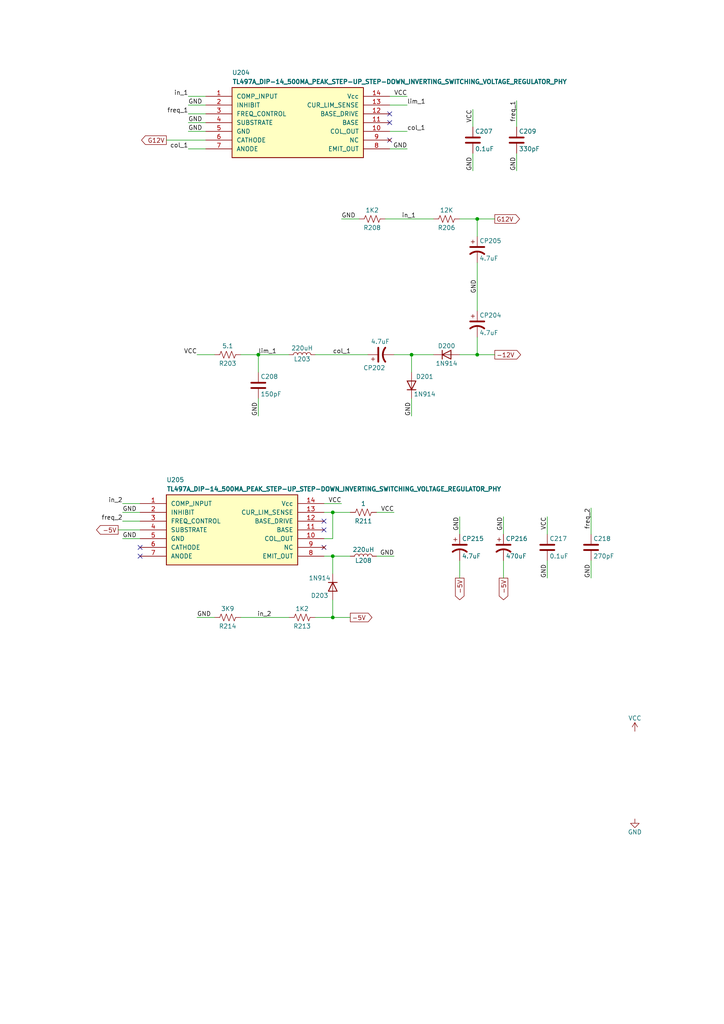
<source format=kicad_sch>
(kicad_sch (version 20211123) (generator eeschema)
  (paper "A4" portrait)
  (title_block (title "ReSTe mignon") (date "2022-07-13") (rev "mk0-0.1") (company "David SPORN") (comment 2 "original repository : https://github.com/sporniket/reste-mignon") (comment 4 "A remake of the Atari STe with some fixes applied and a target size of 25×18cm (B5)"))
  (lib_symbols
    (symbol "Device:C" (pin_numbers hide) (pin_names (offset 0.254))
      (property "Reference" "C" (at 0.635 2.54 0))
      (property "Value" "C" (at 0.635 -2.54 0))
      (symbol "C_0_1"
        (polyline (pts (xy -2.032 -0.762) (xy 2.032 -0.762)) (stroke (width 0.508)))
        (polyline (pts (xy -2.032 0.762) (xy 2.032 0.762)) (stroke (width 0.508)))
      )
      (symbol "C_1_1"
        (pin passive line (at 0 3.81 270) (length 2.794) (name "~") (number "1"))
        (pin passive line (at 0 -3.81 90) (length 2.794) (name "~") (number "2"))
      )
    )
    (symbol "Device:CP1" (pin_numbers hide) (pin_names (offset 0.254) hide)
      (property "Reference" "C" (at 0.635 2.54 0))
      (property "Value" "Device_CP1" (at 0.635 -2.54 0))
      (symbol "CP1_0_1"
        (polyline (pts (xy -2.032 0.762) (xy 2.032 0.762)) (stroke (width 0.508)))
        (polyline (pts (xy -1.778 2.286) (xy -0.762 2.286)))
        (polyline (pts (xy -1.27 1.778) (xy -1.27 2.794)))
        (arc (start 2.032 -1.27) (mid 0 -0.5572) (end -2.032 -1.27) (stroke (width 0.508)))
      )
      (symbol "CP1_1_1"
        (pin passive line (at 0 3.81 270) (length 2.794) (name "~") (number "1"))
        (pin passive line (at 0 -3.81 90) (length 3.302) (name "~") (number "2"))
      )
    )
    (symbol "Device:D" (pin_numbers hide) (pin_names (offset 1.016) hide)
      (property "Reference" "D" (at 0 2.54 0))
      (property "Value" "D" (at 0 -2.54 0))
      (symbol "D_0_1"
        (polyline (pts (xy -1.27 1.27) (xy -1.27 -1.27)) (stroke (width 0.254)))
        (polyline (pts (xy 1.27 0) (xy -1.27 0)))
        (polyline (pts (xy 1.27 1.27) (xy 1.27 -1.27) (xy -1.27 0) (xy 1.27 1.27)) (stroke (width 0.254)))
      )
      (symbol "D_1_1"
        (pin passive line (at -3.81 0 0) (length 2.54) (name "K") (number "1"))
        (pin passive line (at 3.81 0 180) (length 2.54) (name "A") (number "2"))
      )
    )
    (symbol "Device:L" (pin_numbers hide) (pin_names (offset 1.016) hide)
      (property "Reference" "L" (at -1.27 0 90))
      (property "Value" "L" (at 1.905 0 90))
      (symbol "L_0_1"
        (arc (start 0 -2.54) (mid 0.635 -1.905) (end 0 -1.27))
        (arc (start 0 -1.27) (mid 0.635 -0.635) (end 0 0))
        (arc (start 0 0) (mid 0.635 0.635) (end 0 1.27))
        (arc (start 0 1.27) (mid 0.635 1.905) (end 0 2.54))
      )
      (symbol "L_1_1"
        (pin passive line (at 0 3.81 270) (length 1.27) (name "1") (number "1"))
        (pin passive line (at 0 -3.81 90) (length 1.27) (name "2") (number "2"))
      )
    )
    (symbol "Device:R_US" (pin_numbers hide) (pin_names (offset 0))
      (property "Reference" "R" (at 2.54 0 90))
      (property "Value" "R_US" (at -2.54 0 90))
      (symbol "R_US_0_1"
        (polyline (pts (xy 0 -2.286) (xy 0 -2.54)))
        (polyline (pts (xy 0 2.286) (xy 0 2.54)))
        (polyline (pts (xy 0 -0.762) (xy 1.016 -1.143) (xy 0 -1.524) (xy -1.016 -1.905) (xy 0 -2.286)))
        (polyline (pts (xy 0 0.762) (xy 1.016 0.381) (xy 0 0) (xy -1.016 -0.381) (xy 0 -0.762)))
        (polyline (pts (xy 0 2.286) (xy 1.016 1.905) (xy 0 1.524) (xy -1.016 1.143) (xy 0 0.762)))
      )
      (symbol "R_US_1_1"
        (pin passive line (at 0 3.81 270) (length 1.27) (name "~") (number "1"))
        (pin passive line (at 0 -3.81 90) (length 1.27) (name "~") (number "2"))
      )
    )
    (symbol "power:GND" (power) (pin_names (offset 0))
      (property "Value" "GND" (at 0 -3.81 0))
      (symbol "GND_0_1"
        (polyline (pts (xy 0 0) (xy 0 -1.27) (xy 1.27 -1.27) (xy 0 -2.54) (xy -1.27 -1.27) (xy 0 -1.27)))
      )
      (symbol "GND_1_1"
        (pin power_in line (at 0 0 270) (length 0) hide (name "GND") (number "1"))
      )
    )
    (symbol "power:VCC" (power) (pin_names (offset 0))
      (property "Value" "VCC" (at 0 3.81 0))
      (symbol "VCC_0_1"
        (polyline (pts (xy -0.762 1.27) (xy 0 2.54)))
        (polyline (pts (xy 0 0) (xy 0 2.54)))
        (polyline (pts (xy 0 2.54) (xy 0.762 1.27)))
      )
      (symbol "VCC_1_1"
        (pin power_in line (at 0 0 90) (length 0) hide (name "VCC") (number "1"))
      )
    )
    (symbol "tl497a:TL497A_DIP-14_500MA_PEAK_STEP-UP_STEP-DOWN_INVERTING_SWITCHING_VOLTAGE_REGULATOR_PHY" (pin_names (offset 1.27))
      (property "Reference" "U" (at -19.05 15.24 0))
      (property "Value" "TL497A_DIP-14_500MA_PEAK_STEP-UP_STEP-DOWN_INVERTING_SWITCHING_VOLTAGE_REGULATOR_PHY" (at -19.05 12.7 0))
      (symbol "TL497A_DIP-14_500MA_PEAK_STEP-UP_STEP-DOWN_INVERTING_SWITCHING_VOLTAGE_REGULATOR_PHY_0_0"
        (rectangle (start -19.05 10.16) (end 19.05 -10.16) (stroke (width 0.254)) (fill (type background)))
        (pin input line (at -26.67 7.62 0) (length 7.62) (name "COMP_INPUT") (number "1"))
        (pin output line (at 26.67 -2.54 180) (length 7.62) (name "COL_OUT") (number "10"))
        (pin input line (at 26.67 0 180) (length 7.62) (name "BASE") (number "11"))
        (pin input line (at 26.67 2.54 180) (length 7.62) (name "BASE_DRIVE") (number "12"))
        (pin input line (at 26.67 5.08 180) (length 7.62) (name "CUR_LIM_SENSE") (number "13"))
        (pin power_in line (at 26.67 7.62 180) (length 7.62) (name "Vcc") (number "14"))
        (pin input line (at -26.67 5.08 0) (length 7.62) (name "INHIBIT") (number "2"))
        (pin input line (at -26.67 2.54 0) (length 7.62) (name "FREQ_CONTROL") (number "3"))
        (pin input line (at -26.67 0 0) (length 7.62) (name "SUBSTRATE") (number "4"))
        (pin power_in line (at -26.67 -2.54 0) (length 7.62) (name "GND") (number "5"))
        (pin output line (at -26.67 -5.08 0) (length 7.62) (name "CATHODE") (number "6"))
        (pin input line (at -26.67 -7.62 0) (length 7.62) (name "ANODE") (number "7"))
        (pin passive line (at 26.67 -7.62 180) (length 7.62) (name "EMIT_OUT") (number "8"))
        (pin no_connect line (at 26.67 -5.08 180) (length 7.62) (name "NC") (number "9"))
      )
    )
  )
  (junction (at 74.93 102.87))
  (junction (at 138.43 102.87))
  (junction (at 119.38 102.87))
  (junction (at 138.43 63.5))
  (junction (at 96.52 179.07))
  (junction (at 96.52 148.59))
  (junction (at 96.52 161.29))
  (no_connect (at 113.03 33.02))
  (no_connect (at 40.64 161.29))
  (no_connect (at 40.64 158.75))
  (no_connect (at 93.98 151.13))
  (no_connect (at 113.03 40.64))
  (no_connect (at 113.03 35.56))
  (no_connect (at 93.98 158.75))
  (no_connect (at 93.98 153.67))
  (wire (pts (xy 158.75 149.86) (xy 158.75 154.94)))
  (wire (pts (xy 96.52 156.21) (xy 96.52 148.59)))
  (wire (pts (xy 137.16 31.75) (xy 137.16 36.83)))
  (wire (pts (xy 138.43 97.79) (xy 138.43 102.87)))
  (wire (pts (xy 113.03 38.1) (xy 118.11 38.1)))
  (wire (pts (xy 114.3 102.87) (xy 119.38 102.87)))
  (wire (pts (xy 54.61 38.1) (xy 59.69 38.1)))
  (wire (pts (xy 93.98 146.05) (xy 99.06 146.05)))
  (wire (pts (xy 138.43 102.87) (xy 143.51 102.87)))
  (wire (pts (xy 137.16 44.45) (xy 137.16 49.53)))
  (wire (pts (xy 35.56 146.05) (xy 40.64 146.05)))
  (wire (pts (xy 143.51 63.5) (xy 138.43 63.5)))
  (wire (pts (xy 171.45 147.32) (xy 171.45 154.94)))
  (wire (pts (xy 91.44 179.07) (xy 96.52 179.07)))
  (wire (pts (xy 96.52 161.29) (xy 101.6 161.29)))
  (wire (pts (xy 133.35 102.87) (xy 138.43 102.87)))
  (wire (pts (xy 74.93 107.95) (xy 74.93 102.87)))
  (wire (pts (xy 149.86 44.45) (xy 149.86 49.53)))
  (wire (pts (xy 93.98 156.21) (xy 96.52 156.21)))
  (wire (pts (xy 34.29 153.67) (xy 40.64 153.67)))
  (wire (pts (xy 54.61 33.02) (xy 59.69 33.02)))
  (wire (pts (xy 133.35 162.56) (xy 133.35 167.64)))
  (wire (pts (xy 158.75 162.56) (xy 158.75 167.64)))
  (wire (pts (xy 96.52 179.07) (xy 101.6 179.07)))
  (wire (pts (xy 171.45 162.56) (xy 171.45 167.64)))
  (wire (pts (xy 119.38 115.57) (xy 119.38 120.65)))
  (wire (pts (xy 138.43 63.5) (xy 138.43 68.58)))
  (wire (pts (xy 146.05 162.56) (xy 146.05 167.64)))
  (wire (pts (xy 91.44 102.87) (xy 106.68 102.87)))
  (wire (pts (xy 96.52 161.29) (xy 96.52 166.37)))
  (wire (pts (xy 48.26 40.64) (xy 59.69 40.64)))
  (wire (pts (xy 119.38 107.95) (xy 119.38 102.87)))
  (wire (pts (xy 69.85 179.07) (xy 83.82 179.07)))
  (wire (pts (xy 119.38 102.87) (xy 125.73 102.87)))
  (wire (pts (xy 54.61 43.18) (xy 59.69 43.18)))
  (wire (pts (xy 35.56 148.59) (xy 40.64 148.59)))
  (wire (pts (xy 133.35 154.94) (xy 133.35 149.86)))
  (wire (pts (xy 109.22 148.59) (xy 114.3 148.59)))
  (wire (pts (xy 138.43 76.2) (xy 138.43 90.17)))
  (wire (pts (xy 93.98 148.59) (xy 96.52 148.59)))
  (wire (pts (xy 149.86 29.21) (xy 149.86 36.83)))
  (wire (pts (xy 74.93 102.87) (xy 83.82 102.87)))
  (wire (pts (xy 96.52 148.59) (xy 101.6 148.59)))
  (wire (pts (xy 57.15 102.87) (xy 62.23 102.87)))
  (wire (pts (xy 54.61 30.48) (xy 59.69 30.48)))
  (wire (pts (xy 57.15 179.07) (xy 62.23 179.07)))
  (wire (pts (xy 133.35 63.5) (xy 138.43 63.5)))
  (wire (pts (xy 35.56 151.13) (xy 40.64 151.13)))
  (wire (pts (xy 93.98 161.29) (xy 96.52 161.29)))
  (wire (pts (xy 113.03 27.94) (xy 118.11 27.94)))
  (wire (pts (xy 146.05 154.94) (xy 146.05 149.86)))
  (wire (pts (xy 96.52 179.07) (xy 96.52 173.99)))
  (wire (pts (xy 54.61 35.56) (xy 59.69 35.56)))
  (wire (pts (xy 109.22 161.29) (xy 114.3 161.29)))
  (wire (pts (xy 69.85 102.87) (xy 74.93 102.87)))
  (wire (pts (xy 113.03 30.48) (xy 118.11 30.48)))
  (wire (pts (xy 111.76 63.5) (xy 125.73 63.5)))
  (wire (pts (xy 54.61 27.94) (xy 59.69 27.94)))
  (wire (pts (xy 113.03 43.18) (xy 118.11 43.18)))
  (wire (pts (xy 74.93 120.65) (xy 74.93 115.57)))
  (wire (pts (xy 99.06 63.5) (xy 104.14 63.5)))
  (wire (pts (xy 35.56 156.21) (xy 40.64 156.21)))
  (label "lim_1" (at 74.93 102.87 0))
  (label "in_2" (at 35.56 146.05 180))
  (label "VCC" (at 114.3 148.59 180))
  (label "GND" (at 54.61 38.1 0))
  (label "VCC" (at 99.06 146.05 180))
  (label "col_1" (at 54.61 43.18 180))
  (label "GND" (at 133.35 149.86 270))
  (label "GND" (at 114.3 161.29 180))
  (label "freq_2" (at 35.56 151.13 180))
  (label "lim_1" (at 118.11 30.48 0))
  (label "in_1" (at 54.61 27.94 180))
  (label "GND" (at 74.93 120.65 90))
  (label "freq_2" (at 171.45 147.32 270))
  (label "col_1" (at 96.52 102.87 0))
  (label "VCC" (at 118.11 27.94 180))
  (label "GND" (at 138.43 85.09 90))
  (label "VCC" (at 158.75 149.86 270))
  (label "GND" (at 146.05 149.86 270))
  (label "freq_1" (at 149.86 29.21 270))
  (label "VCC" (at 137.16 31.75 270))
  (label "VCC" (at 57.15 102.87 180))
  (label "GND" (at 99.06 63.5 0))
  (label "GND" (at 35.56 156.21 0))
  (label "GND" (at 149.86 49.53 90))
  (label "in_1" (at 120.65 63.5 180))
  (label "GND" (at 158.75 167.64 90))
  (label "GND" (at 171.45 167.64 90))
  (label "GND" (at 54.61 35.56 0))
  (label "col_1" (at 118.11 38.1 0))
  (label "GND" (at 54.61 30.48 0))
  (label "GND" (at 57.15 179.07 0))
  (label "GND" (at 119.38 120.65 90))
  (label "GND" (at 118.11 43.18 180))
  (label "freq_1" (at 54.61 33.02 180))
  (label "in_2" (at 78.74 179.07 180))
  (label "GND" (at 137.16 49.53 90))
  (label "GND" (at 35.56 148.59 0))
  (global_label "-5V" (shape output) (at 34.29 153.67 180) (property "Intersheet References" "${INTERSHEET_REFS}" (effects hide)))
  (global_label "-12V" (shape output) (at 143.51 102.87 0) (property "Intersheet References" "${INTERSHEET_REFS}" (effects hide)))
  (global_label "G12V" (shape output) (at 143.51 63.5 0) (property "Intersheet References" "${INTERSHEET_REFS}" (effects hide)))
  (global_label "-5V" (shape output) (at 133.35 167.64 270) (property "Intersheet References" "${INTERSHEET_REFS}" (effects hide)))
  (global_label "G12V" (shape output) (at 48.26 40.64 180) (property "Intersheet References" "${INTERSHEET_REFS}" (effects hide)))
  (global_label "-5V" (shape output) (at 101.6 179.07 0) (property "Intersheet References" "${INTERSHEET_REFS}" (effects hide)))
  (global_label "-5V" (shape output) (at 146.05 167.64 270) (property "Intersheet References" "${INTERSHEET_REFS}" (effects hide)))
  (symbol (lib_id "Device:C") (at 137.16 40.64 0) (unit 1)
    (property "Reference" "C207" (at 137.795 38.1 0) (effects (justify left)))
    (property "Value" "0.1uF" (at 137.795 43.18 0) (effects (justify left)))
    (property "Footprint" "Capacitor_SMD:C_1206_3216Metric_Pad1.33x1.80mm_HandSolder" (effects hide))
  )
  (symbol (lib_id "tl497a:TL497A_DIP-14_500MA_PEAK_STEP-UP_STEP-DOWN_INVERTING_SWITCHING_VOLTAGE_REGULATOR_PHY") (at 86.36 35.56 0) (unit 1)
    (property "Reference" "U204" (at 67.31 20.32 0) (effects (justify left top)))
    (property "Value" "TL497A_DIP-14_500MA_PEAK_STEP-UP_STEP-DOWN_INVERTING_SWITCHING_VOLTAGE_REGULATOR_PHY" (at 67.31 22.86 0) (effects (font bold) (justify left top)))
    (property "Footprint" "Package_DIP:DIP-14_W7.62mm_LongPads" (effects hide))
    (property "Datasheet" "https://www.ti.com/lit/ds/symlink/tl497a.pdf" (effects hide))
  )
  (symbol (lib_id "tl497a:TL497A_DIP-14_500MA_PEAK_STEP-UP_STEP-DOWN_INVERTING_SWITCHING_VOLTAGE_REGULATOR_PHY") (at 67.31 153.67 0) (unit 1)
    (property "Reference" "U205" (at 48.26 138.43 0) (effects (justify left top)))
    (property "Value" "TL497A_DIP-14_500MA_PEAK_STEP-UP_STEP-DOWN_INVERTING_SWITCHING_VOLTAGE_REGULATOR_PHY" (at 48.26 140.97 0) (effects (font bold) (justify left top)))
    (property "Footprint" "Package_DIP:DIP-14_W7.62mm_LongPads" (effects hide))
    (property "Datasheet" "https://www.ti.com/lit/ds/symlink/tl497a.pdf" (effects hide))
  )
  (symbol (lib_id "Device:L") (at 87.63 102.87 90) (unit 1)
    (property "Reference" "L203" (at 87.63 104.14 90))
    (property "Value" "220uH" (at 87.63 100.965 90))
    (property "Footprint" "commons_passives_THT:L_Radial_D15.0mm_P5.00mm" (effects hide))
  )
  (symbol (lib_id "Device:R_US") (at 129.54 63.5 270) (unit 1)
    (property "Reference" "R206" (at 129.54 66.04 90))
    (property "Value" "12K" (at 129.54 60.96 90))
    (property "Footprint" "Resistor_SMD:R_1206_3216Metric_Pad1.30x1.75mm_HandSolder" (effects hide))
  )
  (symbol (lib_id "Device:R_US") (at 66.04 102.87 270) (unit 1)
    (property "Reference" "R203" (at 66.04 105.41 90))
    (property "Value" "5.1" (at 66.04 100.33 90))
    (property "Footprint" "Resistor_SMD:R_1206_3216Metric_Pad1.30x1.75mm_HandSolder" (effects hide))
  )
  (symbol (lib_id "Device:C") (at 74.93 111.76 0) (unit 1)
    (property "Reference" "C208" (at 75.565 109.22 0) (effects (justify left)))
    (property "Value" "150pF" (at 75.565 114.3 0) (effects (justify left)))
    (property "Footprint" "Capacitor_SMD:C_1206_3216Metric_Pad1.33x1.80mm_HandSolder" (effects hide))
  )
  (symbol (lib_id "Device:C") (at 149.86 40.64 0) (unit 1)
    (property "Reference" "C209" (at 150.495 38.1 0) (effects (justify left)))
    (property "Value" "330pF" (at 150.495 43.18 0) (effects (justify left)))
    (property "Footprint" "Capacitor_SMD:C_1206_3216Metric_Pad1.33x1.80mm_HandSolder" (effects hide))
  )
  (symbol (lib_id "Device:CP1") (at 110.49 102.87 90) (unit 1)
    (property "Reference" "CP202" (at 111.76 106.68 90) (effects (justify left)))
    (property "Value" "4.7uF" (at 113.03 99.06 90) (effects (justify left)))
    (property "Footprint" "Capacitor_THT:C_Radial_D5.0mm_H11.0mm_P2.00mm" (effects hide))
  )
  (symbol (lib_id "Device:D") (at 129.54 102.87 0) (unit 1)
    (property "Reference" "D200" (at 129.54 100.33 0))
    (property "Value" "1N914" (at 129.54 105.41 0))
    (property "Footprint" "Diode_SMD:D_SOD-123F" (effects hide))
  )
  (symbol (lib_id "Device:D") (at 119.38 111.76 90) (unit 1)
    (property "Reference" "D201" (at 123.19 109.22 90))
    (property "Value" "1N914" (at 123.19 114.3 90))
    (property "Footprint" "Diode_SMD:D_SOD-123F" (effects hide))
  )
  (symbol (lib_id "Device:CP1") (at 138.43 93.98 0) (unit 1)
    (property "Reference" "CP204" (at 139.065 91.44 0) (effects (justify left)))
    (property "Value" "4.7uF" (at 139.065 96.52 0) (effects (justify left)))
    (property "Footprint" "Capacitor_THT:C_Radial_D5.0mm_H11.0mm_P2.00mm" (effects hide))
  )
  (symbol (lib_id "Device:CP1") (at 138.43 72.39 0) (unit 1)
    (property "Reference" "CP205" (at 139.065 69.85 0) (effects (justify left)))
    (property "Value" "4.7uF" (at 139.065 74.93 0) (effects (justify left)))
    (property "Footprint" "Capacitor_THT:C_Radial_D5.0mm_H11.0mm_P2.00mm" (effects hide))
  )
  (symbol (lib_id "Device:R_US") (at 107.95 63.5 270) (unit 1)
    (property "Reference" "R208" (at 107.95 66.04 90))
    (property "Value" "1K2" (at 107.95 60.96 90))
    (property "Footprint" "Resistor_SMD:R_1206_3216Metric_Pad1.30x1.75mm_HandSolder" (effects hide))
  )
  (symbol (lib_id "Device:C") (at 158.75 158.75 0) (unit 1)
    (property "Reference" "C217" (at 159.385 156.21 0) (effects (justify left)))
    (property "Value" "0.1uF" (at 159.385 161.29 0) (effects (justify left)))
    (property "Footprint" "Capacitor_SMD:C_1206_3216Metric_Pad1.33x1.80mm_HandSolder" (effects hide))
  )
  (symbol (lib_id "Device:C") (at 171.45 158.75 0) (unit 1)
    (property "Reference" "C218" (at 172.085 156.21 0) (effects (justify left)))
    (property "Value" "270pF" (at 172.085 161.29 0) (effects (justify left)))
    (property "Footprint" "Capacitor_SMD:C_1206_3216Metric_Pad1.33x1.80mm_HandSolder" (effects hide))
  )
  (symbol (lib_id "Device:R_US") (at 66.04 179.07 270) (unit 1)
    (property "Reference" "R214" (at 66.04 181.61 90))
    (property "Value" "3K9" (at 66.04 176.53 90))
    (property "Footprint" "Resistor_SMD:R_1206_3216Metric_Pad1.30x1.75mm_HandSolder" (effects hide))
  )
  (symbol (lib_id "Device:CP1") (at 133.35 158.75 0) (unit 1)
    (property "Reference" "CP215" (at 133.985 156.21 0) (effects (justify left)))
    (property "Value" "4.7uF" (at 133.985 161.29 0) (effects (justify left)))
    (property "Footprint" "Capacitor_THT:C_Radial_D5.0mm_H11.0mm_P2.00mm" (effects hide))
  )
  (symbol (lib_id "Device:R_US") (at 87.63 179.07 270) (unit 1)
    (property "Reference" "R213" (at 87.63 181.61 90))
    (property "Value" "1K2" (at 87.63 176.53 90))
    (property "Footprint" "Resistor_SMD:R_1206_3216Metric_Pad1.30x1.75mm_HandSolder" (effects hide))
  )
  (symbol (lib_id "Device:CP1") (at 146.05 158.75 0) (unit 1)
    (property "Reference" "CP216" (at 146.685 156.21 0) (effects (justify left)))
    (property "Value" "470uF" (at 146.685 161.29 0) (effects (justify left)))
    (property "Footprint" "Capacitor_THT:C_Radial_D12.5mm_H20.0mm_P5.00mm" (effects hide))
  )
  (symbol (lib_id "Device:R_US") (at 105.41 148.59 270) (unit 1)
    (property "Reference" "R211" (at 105.41 151.13 90))
    (property "Value" "1" (at 105.41 146.05 90))
    (property "Footprint" "Resistor_SMD:R_1206_3216Metric_Pad1.30x1.75mm_HandSolder" (effects hide))
  )
  (symbol (lib_id "Device:L") (at 105.41 161.29 90) (unit 1)
    (property "Reference" "L208" (at 105.41 162.56 90))
    (property "Value" "220uH" (at 105.41 159.385 90))
    (property "Footprint" "commons_passives_THT:L_Radial_D15.0mm_P5.00mm" (effects hide))
  )
  (symbol (lib_id "Device:D") (at 96.52 170.18 270) (unit 1)
    (property "Reference" "D203" (at 92.71 172.72 90))
    (property "Value" "1N914" (at 92.71 167.64 90))
    (property "Footprint" "Diode_SMD:D_SOD-123F" (effects hide))
  )
  (symbol (lib_id "power:GND") (at 184.15 237.49 0) (unit 1)
    (property "Reference" "#PWR0138" (effects hide))
    (property "Value" "GND" (at 184.15 241.3 0))
  )
  (symbol (lib_id "power:VCC") (at 184.15 212.09 0) (unit 1)
    (property "Reference" "#PWR0139" (effects hide))
    (property "Value" "VCC" (at 184.15 208.28 0))
  )
)
</source>
